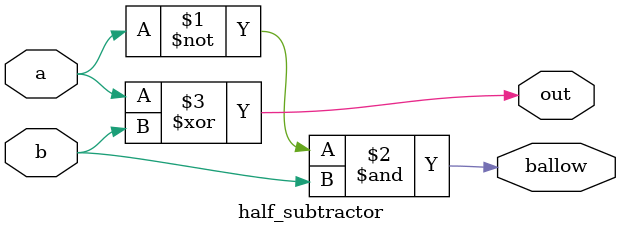
<source format=v>
`timescale 1ns/1ps

module half_subtractor(a, b, ballow, out);
    input a, b;
    output ballow, out;
    assign ballow = ~a&b;
    assign out = a^b;
endmodule
</source>
